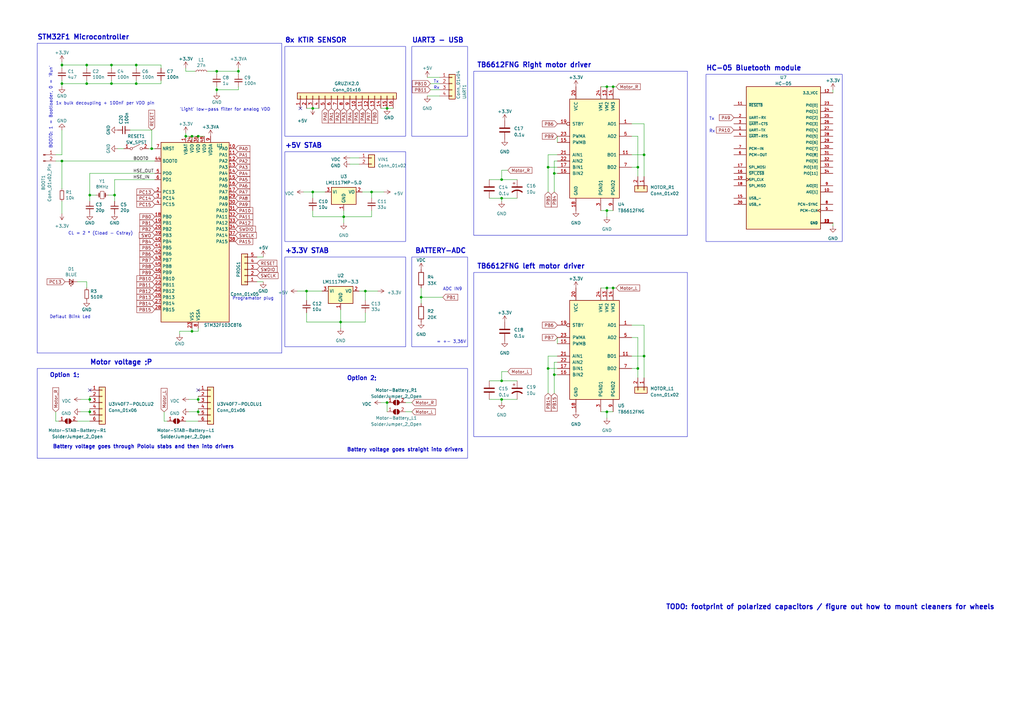
<source format=kicad_sch>
(kicad_sch (version 20230121) (generator eeschema)
  (paper "A3")
  (junction (at 55.88 26.67))
  (junction (at 251.46 35.56))
  (junction (at 36.83 168.91))
  (junction (at 45.72 26.67))
  (junction (at 251.46 118.11))
  (junction (at 224.79 151.13))
  (junction (at 248.92 86.36))
  (junction (at 227.33 71.12))
  (junction (at 45.72 34.29))
  (junction (at 128.27 78.74))
  (junction (at 25.4 34.29))
  (junction (at 248.92 168.91))
  (junction (at 78.74 135.89))
  (junction (at 264.16 63.5))
  (junction (at 248.92 118.11))
  (junction (at 248.92 35.56))
  (junction (at 128.27 44.45))
  (junction (at 88.9 29.21))
  (junction (at 227.33 153.67))
  (junction (at 35.56 26.67))
  (junction (at 261.62 68.58))
  (junction (at 224.79 68.58))
  (junction (at 152.4 78.74))
  (junction (at 81.28 163.83))
  (junction (at 81.28 55.88))
  (junction (at 264.16 146.05))
  (junction (at 158.75 44.45))
  (junction (at 261.62 151.13))
  (junction (at 25.4 66.04))
  (junction (at 139.7 132.08))
  (junction (at 46.99 80.01))
  (junction (at 205.74 81.28))
  (junction (at 25.4 26.67))
  (junction (at 205.74 156.21))
  (junction (at 78.74 55.88))
  (junction (at 158.75 165.1))
  (junction (at 97.79 29.21))
  (junction (at 76.2 55.88))
  (junction (at 81.28 168.91))
  (junction (at 172.72 121.92))
  (junction (at 35.56 34.29))
  (junction (at 36.83 80.01))
  (junction (at 36.83 163.83))
  (junction (at 62.23 60.96))
  (junction (at 140.97 88.9))
  (junction (at 149.86 119.38))
  (junction (at 205.74 163.83))
  (junction (at 205.74 73.66))
  (junction (at 125.73 119.38))
  (junction (at 55.88 34.29))
  (junction (at 88.9 36.83))
  (no_connect (at 36.83 160.02))
  (no_connect (at 123.19 44.45))
  (no_connect (at 81.28 160.02))
  (wire (pts (xy 246.38 35.56) (xy 248.92 35.56)))
  (wire (pts (xy 248.92 168.91) (xy 248.92 171.45)))
  (wire (pts (xy 149.86 132.08) (xy 139.7 132.08)))
  (wire (pts (xy 252.73 118.11) (xy 251.46 118.11)))
  (wire (pts (xy 261.62 68.58) (xy 261.62 72.39)))
  (wire (pts (xy 140.97 86.36) (xy 140.97 88.9)))
  (wire (pts (xy 152.4 78.74) (xy 152.4 81.28)))
  (wire (pts (xy 205.74 81.28) (xy 212.09 81.28)))
  (wire (pts (xy 248.92 86.36) (xy 251.46 86.36)))
  (wire (pts (xy 46.99 82.55) (xy 46.99 80.01)))
  (wire (pts (xy 341.63 91.44) (xy 341.63 92.71)))
  (wire (pts (xy 77.47 168.91) (xy 81.28 168.91)))
  (wire (pts (xy 97.79 30.48) (xy 97.79 29.21)))
  (wire (pts (xy 66.04 26.67) (xy 55.88 26.67)))
  (wire (pts (xy 48.26 60.96) (xy 50.8 60.96)))
  (wire (pts (xy 97.79 36.83) (xy 97.79 35.56)))
  (wire (pts (xy 147.32 119.38) (xy 149.86 119.38)))
  (wire (pts (xy 158.75 165.1) (xy 158.75 168.91)))
  (wire (pts (xy 36.83 167.64) (xy 36.83 168.91)))
  (wire (pts (xy 205.74 163.83) (xy 205.74 165.1)))
  (polyline (pts (xy 15.24 17.78) (xy 15.24 144.78)))
  (wire (pts (xy 227.33 148.59) (xy 227.33 153.67)))
  (wire (pts (xy 248.92 35.56) (xy 251.46 35.56)))
  (wire (pts (xy 128.27 88.9) (xy 140.97 88.9)))
  (wire (pts (xy 73.66 135.89) (xy 78.74 135.89)))
  (wire (pts (xy 205.74 81.28) (xy 205.74 82.55)))
  (wire (pts (xy 161.29 44.45) (xy 158.75 44.45)))
  (wire (pts (xy 36.83 71.12) (xy 36.83 80.01)))
  (wire (pts (xy 81.28 134.62) (xy 81.28 135.89)))
  (wire (pts (xy 200.66 163.83) (xy 205.74 163.83)))
  (wire (pts (xy 227.33 66.04) (xy 227.33 71.12)))
  (wire (pts (xy 55.88 26.67) (xy 45.72 26.67)))
  (wire (pts (xy 78.74 135.89) (xy 81.28 135.89)))
  (wire (pts (xy 46.99 73.66) (xy 63.5 73.66)))
  (wire (pts (xy 156.21 165.1) (xy 158.75 165.1)))
  (wire (pts (xy 35.56 115.57) (xy 31.75 115.57)))
  (wire (pts (xy 205.74 152.4) (xy 208.28 152.4)))
  (polyline (pts (xy 15.24 144.78) (xy 115.57 144.78)))
  (wire (pts (xy 224.79 161.29) (xy 224.79 151.13)))
  (wire (pts (xy 88.9 38.1) (xy 88.9 36.83)))
  (wire (pts (xy 259.08 133.35) (xy 264.16 133.35)))
  (wire (pts (xy 25.4 66.04) (xy 25.4 77.47)))
  (wire (pts (xy 125.73 128.27) (xy 125.73 132.08)))
  (wire (pts (xy 156.21 44.45) (xy 158.75 44.45)))
  (wire (pts (xy 31.75 172.72) (xy 36.83 172.72)))
  (wire (pts (xy 172.72 121.92) (xy 172.72 124.46)))
  (wire (pts (xy 125.73 119.38) (xy 125.73 123.19)))
  (wire (pts (xy 62.23 53.34) (xy 62.23 60.96)))
  (wire (pts (xy 97.79 29.21) (xy 88.9 29.21)))
  (wire (pts (xy 36.83 162.56) (xy 36.83 163.83)))
  (wire (pts (xy 36.83 80.01) (xy 39.37 80.01)))
  (polyline (pts (xy 115.57 17.78) (xy 15.24 17.78)))
  (wire (pts (xy 248.92 118.11) (xy 251.46 118.11)))
  (wire (pts (xy 149.86 119.38) (xy 154.94 119.38)))
  (wire (pts (xy 264.16 50.8) (xy 264.16 63.5)))
  (wire (pts (xy 81.28 163.83) (xy 81.28 165.1)))
  (wire (pts (xy 152.4 86.36) (xy 152.4 88.9)))
  (wire (pts (xy 149.86 128.27) (xy 149.86 132.08)))
  (wire (pts (xy 25.4 34.29) (xy 25.4 35.56)))
  (wire (pts (xy 55.88 27.94) (xy 55.88 26.67)))
  (wire (pts (xy 261.62 151.13) (xy 261.62 154.94)))
  (wire (pts (xy 81.28 168.91) (xy 81.28 170.18)))
  (wire (pts (xy 140.97 88.9) (xy 140.97 91.44)))
  (wire (pts (xy 81.28 55.88) (xy 83.82 55.88)))
  (wire (pts (xy 200.66 73.66) (xy 205.74 73.66)))
  (wire (pts (xy 22.86 66.04) (xy 25.4 66.04)))
  (wire (pts (xy 176.53 36.83) (xy 180.34 36.83)))
  (wire (pts (xy 121.92 119.38) (xy 125.73 119.38)))
  (wire (pts (xy 128.27 78.74) (xy 133.35 78.74)))
  (wire (pts (xy 60.96 60.96) (xy 62.23 60.96)))
  (wire (pts (xy 139.7 127) (xy 139.7 132.08)))
  (wire (pts (xy 224.79 68.58) (xy 228.6 68.58)))
  (wire (pts (xy 264.16 133.35) (xy 264.16 146.05)))
  (wire (pts (xy 264.16 63.5) (xy 264.16 72.39)))
  (wire (pts (xy 35.56 26.67) (xy 35.56 27.94)))
  (wire (pts (xy 24.13 172.72) (xy 22.86 172.72)))
  (wire (pts (xy 25.4 25.4) (xy 25.4 26.67)))
  (wire (pts (xy 88.9 30.48) (xy 88.9 29.21)))
  (wire (pts (xy 125.73 132.08) (xy 139.7 132.08)))
  (wire (pts (xy 259.08 68.58) (xy 261.62 68.58)))
  (wire (pts (xy 66.04 27.94) (xy 66.04 26.67)))
  (wire (pts (xy 130.81 44.45) (xy 128.27 44.45)))
  (wire (pts (xy 46.99 80.01) (xy 46.99 73.66)))
  (wire (pts (xy 259.08 63.5) (xy 264.16 63.5)))
  (wire (pts (xy 224.79 63.5) (xy 228.6 63.5)))
  (wire (pts (xy 246.38 86.36) (xy 248.92 86.36)))
  (wire (pts (xy 88.9 36.83) (xy 97.79 36.83)))
  (wire (pts (xy 139.7 132.08) (xy 139.7 134.62)))
  (wire (pts (xy 76.2 54.61) (xy 76.2 55.88)))
  (wire (pts (xy 35.56 34.29) (xy 35.56 33.02)))
  (wire (pts (xy 149.86 119.38) (xy 149.86 123.19)))
  (wire (pts (xy 172.72 118.11) (xy 172.72 121.92)))
  (wire (pts (xy 128.27 78.74) (xy 128.27 81.28)))
  (wire (pts (xy 125.73 119.38) (xy 132.08 119.38)))
  (wire (pts (xy 152.4 88.9) (xy 140.97 88.9)))
  (wire (pts (xy 224.79 151.13) (xy 228.6 151.13)))
  (wire (pts (xy 228.6 138.43) (xy 228.6 140.97)))
  (wire (pts (xy 35.56 26.67) (xy 25.4 26.67)))
  (wire (pts (xy 172.72 121.92) (xy 181.61 121.92)))
  (wire (pts (xy 36.83 168.91) (xy 36.83 170.18)))
  (wire (pts (xy 259.08 55.88) (xy 261.62 55.88)))
  (wire (pts (xy 224.79 68.58) (xy 224.79 63.5)))
  (wire (pts (xy 44.45 80.01) (xy 46.99 80.01)))
  (wire (pts (xy 259.08 138.43) (xy 261.62 138.43)))
  (wire (pts (xy 228.6 148.59) (xy 227.33 148.59)))
  (wire (pts (xy 45.72 34.29) (xy 55.88 34.29)))
  (wire (pts (xy 200.66 81.28) (xy 205.74 81.28)))
  (wire (pts (xy 175.26 39.37) (xy 180.34 39.37)))
  (wire (pts (xy 259.08 50.8) (xy 264.16 50.8)))
  (wire (pts (xy 25.4 53.34) (xy 25.4 63.5)))
  (wire (pts (xy 128.27 86.36) (xy 128.27 88.9)))
  (wire (pts (xy 81.28 162.56) (xy 81.28 163.83)))
  (wire (pts (xy 33.02 168.91) (xy 36.83 168.91)))
  (wire (pts (xy 200.66 156.21) (xy 205.74 156.21)))
  (wire (pts (xy 264.16 146.05) (xy 264.16 154.94)))
  (wire (pts (xy 68.58 172.72) (xy 67.31 172.72)))
  (wire (pts (xy 67.31 168.91) (xy 67.31 172.72)))
  (wire (pts (xy 205.74 69.85) (xy 208.28 69.85)))
  (wire (pts (xy 259.08 151.13) (xy 261.62 151.13)))
  (wire (pts (xy 85.09 29.21) (xy 88.9 29.21)))
  (wire (pts (xy 248.92 168.91) (xy 251.46 168.91)))
  (wire (pts (xy 76.2 172.72) (xy 81.28 172.72)))
  (wire (pts (xy 105.41 105.41) (xy 107.95 105.41)))
  (wire (pts (xy 261.62 55.88) (xy 261.62 68.58)))
  (wire (pts (xy 63.5 66.04) (xy 25.4 66.04)))
  (wire (pts (xy 246.38 118.11) (xy 248.92 118.11)))
  (wire (pts (xy 63.5 71.12) (xy 36.83 71.12)))
  (wire (pts (xy 152.4 78.74) (xy 157.48 78.74)))
  (wire (pts (xy 143.51 67.31) (xy 147.32 67.31)))
  (wire (pts (xy 224.79 78.74) (xy 224.79 68.58)))
  (wire (pts (xy 25.4 63.5) (xy 22.86 63.5)))
  (wire (pts (xy 76.2 55.88) (xy 78.74 55.88)))
  (wire (pts (xy 341.63 36.83) (xy 341.63 38.1)))
  (wire (pts (xy 105.41 115.57) (xy 107.95 115.57)))
  (wire (pts (xy 227.33 71.12) (xy 228.6 71.12)))
  (wire (pts (xy 36.83 163.83) (xy 36.83 165.1)))
  (wire (pts (xy 66.04 33.02) (xy 66.04 34.29)))
  (wire (pts (xy 35.56 118.11) (xy 35.56 115.57)))
  (wire (pts (xy 227.33 153.67) (xy 227.33 161.29)))
  (wire (pts (xy 53.34 53.34) (xy 62.23 53.34)))
  (wire (pts (xy 33.02 163.83) (xy 36.83 163.83)))
  (wire (pts (xy 78.74 135.89) (xy 78.74 134.62)))
  (wire (pts (xy 148.59 78.74) (xy 152.4 78.74)))
  (wire (pts (xy 166.37 168.91) (xy 168.91 168.91)))
  (wire (pts (xy 22.86 168.91) (xy 22.86 172.72)))
  (wire (pts (xy 143.51 64.77) (xy 147.32 64.77)))
  (wire (pts (xy 227.33 71.12) (xy 227.33 78.74)))
  (wire (pts (xy 259.08 146.05) (xy 264.16 146.05)))
  (wire (pts (xy 35.56 34.29) (xy 45.72 34.29)))
  (wire (pts (xy 81.28 167.64) (xy 81.28 168.91)))
  (wire (pts (xy 25.4 26.67) (xy 25.4 27.94)))
  (wire (pts (xy 76.2 29.21) (xy 80.01 29.21)))
  (wire (pts (xy 78.74 55.88) (xy 81.28 55.88)))
  (wire (pts (xy 224.79 151.13) (xy 224.79 146.05)))
  (wire (pts (xy 124.46 78.74) (xy 128.27 78.74)))
  (wire (pts (xy 25.4 87.63) (xy 25.4 82.55)))
  (wire (pts (xy 77.47 163.83) (xy 81.28 163.83)))
  (wire (pts (xy 175.26 31.75) (xy 180.34 31.75)))
  (wire (pts (xy 248.92 86.36) (xy 248.92 88.9)))
  (wire (pts (xy 25.4 33.02) (xy 25.4 34.29)))
  (wire (pts (xy 125.73 44.45) (xy 128.27 44.45)))
  (wire (pts (xy 224.79 146.05) (xy 228.6 146.05)))
  (wire (pts (xy 228.6 66.04) (xy 227.33 66.04)))
  (polyline (pts (xy 115.57 144.78) (xy 115.57 17.78)))
  (wire (pts (xy 228.6 55.88) (xy 228.6 58.42)))
  (wire (pts (xy 205.74 73.66) (xy 212.09 73.66)))
  (wire (pts (xy 62.23 60.96) (xy 63.5 60.96)))
  (wire (pts (xy 76.2 27.94) (xy 76.2 29.21)))
  (wire (pts (xy 88.9 35.56) (xy 88.9 36.83)))
  (wire (pts (xy 227.33 153.67) (xy 228.6 153.67)))
  (wire (pts (xy 205.74 69.85) (xy 205.74 73.66)))
  (wire (pts (xy 205.74 156.21) (xy 212.09 156.21)))
  (wire (pts (xy 252.73 35.56) (xy 251.46 35.56)))
  (wire (pts (xy 45.72 27.94) (xy 45.72 26.67)))
  (wire (pts (xy 205.74 163.83) (xy 212.09 163.83)))
  (wire (pts (xy 166.37 165.1) (xy 168.91 165.1)))
  (wire (pts (xy 55.88 34.29) (xy 66.04 34.29)))
  (wire (pts (xy 36.83 82.55) (xy 36.83 80.01)))
  (wire (pts (xy 45.72 26.67) (xy 35.56 26.67)))
  (wire (pts (xy 205.74 152.4) (xy 205.74 156.21)))
  (wire (pts (xy 45.72 33.02) (xy 45.72 34.29)))
  (wire (pts (xy 97.79 27.94) (xy 97.79 29.21)))
  (wire (pts (xy 246.38 168.91) (xy 248.92 168.91)))
  (wire (pts (xy 73.66 137.16) (xy 73.66 135.89)))
  (wire (pts (xy 25.4 34.29) (xy 35.56 34.29)))
  (wire (pts (xy 261.62 138.43) (xy 261.62 151.13)))
  (wire (pts (xy 176.53 34.29) (xy 180.34 34.29)))
  (wire (pts (xy 55.88 33.02) (xy 55.88 34.29)))
  (rectangle (start 15.24 151.13) (end 191.77 187.96))
  (rectangle (start 194.31 29.21) (end 281.94 96.52))
  (rectangle (start 194.31 111.76) (end 281.94 179.07))
  (rectangle (start 116.84 105.41) (end 166.37 142.24))
  (rectangle (start 116.84 19.05) (end 166.37 55.88))
  (rectangle (start 116.84 62.23) (end 166.37 99.06))
  (rectangle (start 168.91 19.05) (end 191.77 55.88))
  (rectangle (start 168.91 105.41) (end 191.77 142.24))
  (rectangle (start 289.56 30.48) (end 345.44 99.06))
  (text "Tx" (at 290.83 49.53 0) (effects (font (size 1.27 1.27)) (justify left bottom)))
  (text "Option 1;" (at 20.32 154.94 0) (effects (font (size 1.7 1.7) (thickness 0.34) bold) (justify left bottom)))
  (text "+3.3V STAB" (at 116.84 104.14 0) (effects (font (size 2.0066 2.0066) (thickness 0.4013) bold) (justify left bottom)))
  (text "Programator plug" (at 95.25 123.19 0) (effects (font (size 1.27 1.27)) (justify left bottom)))
  (text "Rx" (at 290.83 54.61 0) (effects (font (size 1.27 1.27)) (justify left bottom)))
  (text "Tx" (at 177.8 34.29 0) (effects (font (size 1.27 1.27)) (justify left bottom)))
  (text "Motor voltage ;P" (at 36.83 149.86 0) (effects (font (size 2.0066 2.0066) (thickness 0.4013) bold) (justify left bottom)))
  (text "BATTERY-ADC" (at 170.18 104.14 0) (effects (font (size 2.0066 2.0066) (thickness 0.4013) bold) (justify left bottom)))
  (text "TB6612FNG Right motor driver" (at 195.58 27.94 0) (effects (font (size 2.0066 2.0066) (thickness 0.4013) bold) (justify left bottom)))
  (text "8x KTIR SENSOR" (at 116.84 17.78 0) (effects (font (size 2.0066 2.0066) (thickness 0.4013) bold) (justify left bottom)))
  (text "Battery voltage goes through Pololu stabs and then into drivers" (at 21.59 184.15 0) (effects (font (size 1.5 1.5) (thickness 0.3) bold) (justify left bottom)))
  (text "'Light' low-pass filter for analog VDD" (at 73.66 45.72 0) (effects (font (size 1.27 1.27)) (justify left bottom)))
  (text "1x bulk decoupling + 100nF per VDD pin" (at 22.86 43.18 0) (effects (font (size 1.27 1.27)) (justify left bottom)))
  (text "Rx" (at 177.8 36.83 0) (effects (font (size 1.27 1.27)) (justify left bottom)))
  (text "Deflaut Blink Led" (at 20.32 130.81 0) (effects (font (size 1.27 1.27)) (justify left bottom)))
  (text "STM32F1 Microcontroller" (at 15.24 16.51 0) (effects (font (size 2.0066 2.0066) (thickness 0.4013) bold) (justify left bottom)))
  (text "HC-05 Bluetooth module" (at 289.56 29.21 0) (effects (font (size 2.0066 2.0066) (thickness 0.4013) bold) (justify left bottom)))
  (text "+5V STAB" (at 116.84 60.96 0) (effects (font (size 2.0066 2.0066) (thickness 0.4013) bold) (justify left bottom)))
  (text "BOOT0: 1 = Bootloader, 0 = 'Run'" (at 21.59 60.96 90) (effects (font (size 1.27 1.27)) (justify left bottom)))
  (text "ADC IN9 " (at 181.61 119.38 0) (effects (font (size 1.27 1.27)) (justify left bottom)))
  (text "CL = 2 * (Cload - Cstray)" (at 27.94 96.52 0) (effects (font (size 1.27 1.27)) (justify left bottom)))
  (text "TB6612FNG left motor driver" (at 195.58 110.49 0) (effects (font (size 2.0066 2.0066) (thickness 0.4013) bold) (justify left bottom)))
  (text "TODO: footprint of polarized capacitors / figure out how to mount cleaners for wheels" (at 273.05 250.19 0) (effects (font (size 2.0066 2.0066) (thickness 0.4013) bold) (justify left bottom)))
  (text "Battery voltage goes straight into drivers" (at 142.24 185.42 0) (effects (font (size 1.5 1.5) (thickness 0.3) bold) (justify left bottom)))
  (text "= +- 3,36V" (at 179.07 140.97 0) (effects (font (size 1.27 1.27)) (justify left bottom)))
  (text "UART3 - USB" (at 168.91 17.78 0) (effects (font (size 2.0066 2.0066) (thickness 0.4013) bold) (justify left bottom)))
  (text "Option 2;" (at 142.24 156.21 0) (effects (font (size 1.7 1.7) (thickness 0.34) bold) (justify left bottom)))
  (label "BOOT0" (at 54.61 66.04 0))
  (label "HSE_OUT" (at 54.61 71.12 0))
  (label "HSE_IN" (at 54.61 73.66 0))
  (global_label "PB10" (shape input) (at 176.53 34.29 180) (property "Intersheetrefs" "${INTERSHEET_REFS}" (effects hide)))
  (global_label "RESET" (shape input) (at 62.23 53.34 90) (property "Intersheetrefs" "${INTERSHEET_REFS}" (effects hide)))
  (global_label "PB9" (shape input) (at 228.6 55.88 180) (property "Intersheetrefs" "${INTERSHEET_REFS}" (effects hide)))
  (global_label "PA11" (shape input) (at 96.52 88.9 0) (property "Intersheetrefs" "${INTERSHEET_REFS}" (effects hide)))
  (global_label "PA3" (shape input) (at 140.97 44.45 270) (property "Intersheetrefs" "${INTERSHEET_REFS}" (effects hide)))
  (global_label "PB0" (shape input) (at 63.5 88.9 180) (property "Intersheetrefs" "${INTERSHEET_REFS}" (effects hide)))
  (global_label "PA0" (shape input) (at 96.52 60.96 0) (property "Intersheetrefs" "${INTERSHEET_REFS}" (effects hide)))
  (global_label "PB5" (shape input) (at 63.5 101.6 180) (property "Intersheetrefs" "${INTERSHEET_REFS}" (effects hide)))
  (global_label "SWDIO" (shape input) (at 105.41 110.49 0) (property "Intersheetrefs" "${INTERSHEET_REFS}" (effects hide)))
  (global_label "PB6" (shape input) (at 63.5 104.14 180) (property "Intersheetrefs" "${INTERSHEET_REFS}" (effects hide)))
  (global_label "PA15" (shape input) (at 96.52 99.06 0) (property "Intersheetrefs" "${INTERSHEET_REFS}" (effects hide)))
  (global_label "PA8" (shape input) (at 96.52 81.28 0) (property "Intersheetrefs" "${INTERSHEET_REFS}" (effects hide)))
  (global_label "PB2" (shape input) (at 63.5 93.98 180) (property "Intersheetrefs" "${INTERSHEET_REFS}" (effects hide)))
  (global_label "SWO" (shape input) (at 63.5 96.52 180) (property "Intersheetrefs" "${INTERSHEET_REFS}" (effects hide)))
  (global_label "PA9" (shape input) (at 300.99 48.26 180) (property "Intersheetrefs" "${INTERSHEET_REFS}" (effects hide)))
  (global_label "PA1" (shape input) (at 96.52 63.5 0) (property "Intersheetrefs" "${INTERSHEET_REFS}" (effects hide)))
  (global_label "PB6" (shape input) (at 228.6 50.8 180) (property "Intersheetrefs" "${INTERSHEET_REFS}" (effects hide)))
  (global_label "Motor_R" (shape input) (at 208.28 69.85 0) (property "Intersheetrefs" "${INTERSHEET_REFS}" (effects hide)))
  (global_label "PA10" (shape input) (at 96.52 86.36 0) (property "Intersheetrefs" "${INTERSHEET_REFS}" (effects hide)))
  (global_label "Motor_L" (shape input) (at 252.73 118.11 0) (property "Intersheetrefs" "${INTERSHEET_REFS}" (effects hide)))
  (global_label "PA5" (shape input) (at 146.05 44.45 270) (property "Intersheetrefs" "${INTERSHEET_REFS}" (effects hide)))
  (global_label "PA2" (shape input) (at 138.43 44.45 270) (property "Intersheetrefs" "${INTERSHEET_REFS}" (effects hide)))
  (global_label "PB13" (shape input) (at 63.5 121.92 180) (property "Intersheetrefs" "${INTERSHEET_REFS}" (effects hide)))
  (global_label "SWDIO" (shape input) (at 96.52 93.98 0) (property "Intersheetrefs" "${INTERSHEET_REFS}" (effects hide)))
  (global_label "PB7" (shape input) (at 63.5 106.68 180) (property "Intersheetrefs" "${INTERSHEET_REFS}" (effects hide)))
  (global_label "PB1" (shape input) (at 181.61 121.92 0) (property "Intersheetrefs" "${INTERSHEET_REFS}" (effects hide)))
  (global_label "PB14" (shape input) (at 63.5 124.46 180) (property "Intersheetrefs" "${INTERSHEET_REFS}" (effects hide)))
  (global_label "PB1" (shape input) (at 63.5 91.44 180) (property "Intersheetrefs" "${INTERSHEET_REFS}" (effects hide)))
  (global_label "PC14" (shape input) (at 63.5 81.28 180) (property "Intersheetrefs" "${INTERSHEET_REFS}" (effects hide)))
  (global_label "RESET" (shape input) (at 105.41 107.95 0) (property "Intersheetrefs" "${INTERSHEET_REFS}" (effects hide)))
  (global_label "PB4" (shape input) (at 63.5 99.06 180) (property "Intersheetrefs" "${INTERSHEET_REFS}" (effects hide)))
  (global_label "PB12" (shape input) (at 63.5 119.38 180) (property "Intersheetrefs" "${INTERSHEET_REFS}" (effects hide)))
  (global_label "PB11" (shape input) (at 176.53 36.83 180) (property "Intersheetrefs" "${INTERSHEET_REFS}" (effects hide)))
  (global_label "PB6" (shape input) (at 228.6 133.35 180) (property "Intersheetrefs" "${INTERSHEET_REFS}" (effects hide)))
  (global_label "PA10" (shape input) (at 300.99 53.34 180) (property "Intersheetrefs" "${INTERSHEET_REFS}" (effects hide)))
  (global_label "PA7" (shape input) (at 151.13 44.45 270) (property "Intersheetrefs" "${INTERSHEET_REFS}" (effects hide)))
  (global_label "Motor_R" (shape input) (at 168.91 165.1 0) (property "Intersheetrefs" "${INTERSHEET_REFS}" (effects hide)))
  (global_label "PB10" (shape input) (at 63.5 114.3 180) (property "Intersheetrefs" "${INTERSHEET_REFS}" (effects hide)))
  (global_label "PA0" (shape input) (at 133.35 44.45 270) (property "Intersheetrefs" "${INTERSHEET_REFS}" (effects hide)))
  (global_label "PB4" (shape input) (at 227.33 78.74 270) (property "Intersheetrefs" "${INTERSHEET_REFS}" (effects hide)))
  (global_label "SWCLK" (shape input) (at 105.41 113.03 0) (property "Intersheetrefs" "${INTERSHEET_REFS}" (effects hide)))
  (global_label "PB11" (shape input) (at 63.5 116.84 180) (property "Intersheetrefs" "${INTERSHEET_REFS}" (effects hide)))
  (global_label "PB5" (shape input) (at 224.79 78.74 270) (property "Intersheetrefs" "${INTERSHEET_REFS}" (effects hide)))
  (global_label "Motor_R" (shape input) (at 252.73 35.56 0) (property "Intersheetrefs" "${INTERSHEET_REFS}" (effects hide)))
  (global_label "PA9" (shape input) (at 96.52 83.82 0) (property "Intersheetrefs" "${INTERSHEET_REFS}" (effects hide)))
  (global_label "PC13" (shape input) (at 63.5 78.74 180) (property "Intersheetrefs" "${INTERSHEET_REFS}" (effects hide)))
  (global_label "PB7" (shape input) (at 228.6 138.43 180) (property "Intersheetrefs" "${INTERSHEET_REFS}" (effects hide)))
  (global_label "Motor_L" (shape input) (at 67.31 168.91 90) (property "Intersheetrefs" "${INTERSHEET_REFS}" (effects hide)))
  (global_label "SWCLK" (shape input) (at 96.52 96.52 0) (property "Intersheetrefs" "${INTERSHEET_REFS}" (effects hide)))
  (global_label "Motor_R" (shape input) (at 22.86 168.91 90) (property "Intersheetrefs" "${INTERSHEET_REFS}" (effects hide)))
  (global_label "PB14" (shape input) (at 224.79 161.29 270) (property "Intersheetrefs" "${INTERSHEET_REFS}" (effects hide)))
  (global_label "PA5" (shape input) (at 96.52 73.66 0) (property "Intersheetrefs" "${INTERSHEET_REFS}" (effects hide)))
  (global_label "PA7" (shape input) (at 96.52 78.74 0) (property "Intersheetrefs" "${INTERSHEET_REFS}" (effects hide)))
  (global_label "PC13" (shape input) (at 26.67 115.57 180) (property "Intersheetrefs" "${INTERSHEET_REFS}" (effects hide)))
  (global_label "PA6" (shape input) (at 148.59 44.45 270) (property "Intersheetrefs" "${INTERSHEET_REFS}" (effects hide)))
  (global_label "Motor_L" (shape input) (at 168.91 168.91 0) (property "Intersheetrefs" "${INTERSHEET_REFS}" (effects hide)))
  (global_label "PB8" (shape input) (at 63.5 109.22 180) (property "Intersheetrefs" "${INTERSHEET_REFS}" (effects hide)))
  (global_label "PA4" (shape input) (at 96.52 71.12 0) (property "Intersheetrefs" "${INTERSHEET_REFS}" (effects hide)))
  (global_label "Motor_L" (shape input) (at 208.28 152.4 0) (property "Intersheetrefs" "${INTERSHEET_REFS}" (effects hide)))
  (global_label "PB15" (shape input) (at 227.33 161.29 270) (property "Intersheetrefs" "${INTERSHEET_REFS}" (effects hide)))
  (global_label "PA4" (shape input) (at 143.51 44.45 270) (property "Intersheetrefs" "${INTERSHEET_REFS}" (effects hide)))
  (global_label "PA2" (shape input) (at 96.52 66.04 0) (property "Intersheetrefs" "${INTERSHEET_REFS}" (effects hide)))
  (global_label "PA6" (shape input) (at 96.52 76.2 0) (property "Intersheetrefs" "${INTERSHEET_REFS}" (effects hide)))
  (global_label "PC15" (shape input) (at 63.5 83.82 180) (property "Intersheetrefs" "${INTERSHEET_REFS}" (effects hide)))
  (global_label "PB9" (shape input) (at 63.5 111.76 180) (property "Intersheetrefs" "${INTERSHEET_REFS}" (effects hide)))
  (global_label "PA3" (shape input) (at 96.52 68.58 0) (property "Intersheetrefs" "${INTERSHEET_REFS}" (effects hide)))
  (global_label "PB0" (shape input) (at 153.67 44.45 270) (property "Intersheetrefs" "${INTERSHEET_REFS}" (effects hide)))
  (global_label "PA1" (shape input) (at 135.89 44.45 270) (property "Intersheetrefs" "${INTERSHEET_REFS}" (effects hide)))
  (global_label "PB15" (shape input) (at 63.5 127 180) (property "Intersheetrefs" "${INTERSHEET_REFS}" (effects hide)))
  (global_label "PA12" (shape input) (at 96.52 91.44 0) (property "Intersheetrefs" "${INTERSHEET_REFS}" (effects hide)))
  (symbol (lib_id "Device:C") (at 207.01 135.89 0) (unit 1)
    (property "Reference" "C18" (at 210.82 135.255 0) (effects (justify left)))
    (property "Value" "0.1u" (at 210.82 137.795 0) (effects (justify left)))
    (property "Footprint" "Capacitor_SMD:C_0603_1608Metric" (effects hide))
  )
  (symbol (lib_id "power:GND") (at 248.92 171.45 0) (unit 1)
    (property "Reference" "#PWR018" (effects hide))
    (property "Value" "GND" (at 248.92 176.53 0))
  )
  (symbol (lib_id "Device:C_Small") (at 88.9 33.02 0) (unit 1)
    (property "Reference" "C8" (at 91.2368 31.8516 0) (effects (justify left)))
    (property "Value" "1u" (at 91.2368 34.163 0) (effects (justify left)))
    (property "Footprint" "Capacitor_SMD:C_0603_1608Metric" (effects hide))
    (property "LCSC Part #" "C52923" (effects hide))
  )
  (symbol (lib_id "power:VDC") (at 124.46 78.74 90) (unit 1)
    (property "Reference" "#PWR024" (effects hide))
    (property "Value" "VDC" (at 120.65 79.375 90) (effects (justify left)))
  )
  (symbol (lib_id "power:+3.3V") (at 25.4 87.63 180) (unit 1)
    (property "Reference" "#PWR02" (effects hide))
    (property "Value" "+3.3V" (at 25.4 92.71 0))
  )
  (symbol (lib_id "power:+3.3V") (at 207.01 132.08 0) (unit 1)
    (property "Reference" "#PWR038" (effects hide))
    (property "Value" "+3.3V" (at 207.01 128.27 0))
  )
  (symbol (lib_id "Device:C_Small") (at 125.73 125.73 0) (unit 1)
    (property "Reference" "C12" (at 128.0668 124.5616 0) (effects (justify left)))
    (property "Value" "10u" (at 128.0668 126.873 0) (effects (justify left)))
    (property "Footprint" "Capacitor_SMD:C_0603_1608Metric" (effects hide))
    (property "LCSC Part #" "C1525" (effects hide))
  )
  (symbol (lib_id "Connector_Generic:Conn_01x02") (at 264.16 77.47 270) (unit 1)
    (property "Reference" "MOTOR_R1" (at 266.7 76.835 90) (effects (justify left)))
    (property "Value" "Conn_01x02" (at 266.7 79.375 90) (effects (justify left)))
    (property "Footprint" "Connector_PinHeader_2.54mm:PinHeader_1x02_P2.54mm_Vertical" (effects hide))
  )
  (symbol (lib_id "power:+3.3V") (at 207.01 49.53 0) (unit 1)
    (property "Reference" "#PWR033" (effects hide))
    (property "Value" "+3.3V" (at 207.01 45.72 0))
  )
  (symbol (lib_id "power:VDC") (at 143.51 64.77 90) (unit 1)
    (property "Reference" "#PWR025" (effects hide))
    (property "Value" "VDC" (at 139.7 65.405 90) (effects (justify left)))
  )
  (symbol (lib_id "power:+3.3V") (at 76.2 27.94 0) (unit 1)
    (property "Reference" "#PWR010" (effects hide))
    (property "Value" "+3.3V" (at 76.2 24.13 0))
  )
  (symbol (lib_id "Switch:SW_SPST") (at 55.88 60.96 0) (unit 1)
    (property "Reference" "RESET1" (at 55.88 55.88 0))
    (property "Value" "SW_SPST" (at 55.88 58.42 0))
    (property "Footprint" "Button_Switch_SMD:SW_SPST_CK_RS282G05A3" (effects hide))
  )
  (symbol (lib_id "power:GND") (at 158.75 44.45 0) (unit 1)
    (property "Reference" "#PWR053" (effects hide))
    (property "Value" "GND" (at 157.48 48.26 0) (effects (justify left)))
  )
  (symbol (lib_id "MCU_ST_STM32F1:STM32F103C8Tx") (at 78.74 96.52 0) (unit 1)
    (property "Reference" "U1" (at 90.17 59.69 0))
    (property "Value" "STM32F103C8T6" (at 91.44 133.35 0))
    (property "Footprint" "Package_QFP:LQFP-48_7x7mm_P0.5mm" (effects hide))
    (property "Datasheet" "http://www.st.com/st-web-ui/static/active/en/resource/technical/document/datasheet/CD00161566.pdf" (effects hide))
    (property "LCSC Part #" "C8734" (effects hide))
  )
  (symbol (lib_id "Device:C_Small") (at 25.4 30.48 0) (unit 1)
    (property "Reference" "C1" (at 27.7368 29.3116 0) (effects (justify left)))
    (property "Value" "4u7" (at 27.7368 31.623 0) (effects (justify left)))
    (property "Footprint" "Capacitor_SMD:C_0603_1608Metric" (effects hide))
    (property "LCSC Part #" "C19666" (effects hide))
  )
  (symbol (lib_id "Connector_Generic:Conn_01x06") (at 41.91 165.1 0) (unit 1)
    (property "Reference" "U3V40F7-POLOLU2" (at 44.45 165.735 0) (effects (justify left)))
    (property "Value" "Conn_01x06" (at 44.45 168.275 0) (effects (justify left)))
    (property "Footprint" "Connector_PinSocket_2.54mm:PinSocket_1x06_P2.54mm_Vertical" (effects hide))
  )
  (symbol (lib_id "power:GND") (at 48.26 60.96 270) (unit 1)
    (property "Reference" "#PWR09" (effects hide))
    (property "Value" "GND" (at 44.45 60.96 0))
  )
  (symbol (lib_id "power:GND") (at 143.51 67.31 270) (unit 1)
    (property "Reference" "#PWR026" (effects hide))
    (property "Value" "GND" (at 139.7 67.945 90) (effects (justify right)))
  )
  (symbol (lib_id "Jumper:SolderJumper_2_Open") (at 162.56 168.91 0) (unit 1)
    (property "Reference" "Motor-Battery_L1" (at 162.56 171.45 0))
    (property "Value" "SolderJumper_2_Open" (at 162.56 173.99 0))
    (property "Footprint" "Jumper:SolderJumper-2_P1.3mm_Open_RoundedPad1.0x1.5mm" (effects hide))
  )
  (symbol (lib_id "Device:C_Small") (at 128.27 83.82 0) (unit 1)
    (property "Reference" "C10" (at 130.6068 82.6516 0) (effects (justify left)))
    (property "Value" "10u" (at 130.6068 84.963 0) (effects (justify left)))
    (property "Footprint" "Capacitor_SMD:C_0603_1608Metric" (effects hide))
    (property "LCSC Part #" "C1525" (effects hide))
  )
  (symbol (lib_id "HC-05:HC-05") (at 321.31 66.04 0) (unit 1)
    (property "Reference" "U7" (at 321.31 31.75 0))
    (property "Value" "HC-05" (at 321.31 34.29 0))
    (property "Footprint" "HC-05_module:XCVR_HC-05" (effects hide))
    (property "MF" "ITead Studio" (effects hide))
    (property "Description" "\nBluetooth to Serial Port Module\n" (effects hide))
    (property "Package" "Module ITead Studio" (effects hide))
    (property "Price" "None" (effects hide))
    (property "STANDARD" "Manufacturer Recommendations" (effects hide))
    (property "PARTREV" "v1.0" (effects hide))
    (property "SnapEDA_Link" "https://www.snapeda.com/parts/HC-05/ITead+Studio/view-part/?ref=snap" (effects hide))
    (property "MP" "HC-05" (effects hide))
    (property "Availability" "Not in stock" (effects hide))
    (property "Check_prices" "https://www.snapeda.com/parts/HC-05/ITead+Studio/view-part/?ref=eda" (effects hide))
  )
  (symbol (lib_id "Device:C_Small") (at 45.72 30.48 0) (unit 1)
    (property "Reference" "C4" (at 48.0568 29.3116 0) (effects (justify left)))
    (property "Value" "100n" (at 48.0568 31.623 0) (effects (justify left)))
    (property "Footprint" "Capacitor_SMD:C_0603_1608Metric" (effects hide))
    (property "LCSC Part #" "C1525" (effects hide))
  )
  (symbol (lib_id "power:GND") (at 107.95 115.57 0) (unit 1)
    (property "Reference" "#PWR016" (effects hide))
    (property "Value" "GND" (at 107.95 119.38 0))
  )
  (symbol (lib_id "Jumper:SolderJumper_2_Open") (at 162.56 165.1 0) (unit 1)
    (property "Reference" "Motor-Battery_R1" (at 162.56 160.02 0))
    (property "Value" "SolderJumper_2_Open" (at 162.56 162.56 0))
    (property "Footprint" "Jumper:SolderJumper-2_P1.3mm_Open_RoundedPad1.0x1.5mm" (effects hide))
  )
  (symbol (lib_id "Connector_Generic:Conn_01x05") (at 100.33 110.49 180) (unit 1)
    (property "Reference" "PROG1" (at 97.79 110.49 90))
    (property "Value" "Conn_01x05" (at 100.33 120.65 0))
    (property "Footprint" "Connector_PinHeader_2.54mm:PinHeader_1x05_P2.54mm_Vertical" (effects hide))
  )
  (symbol (lib_id "Device:R_Small") (at 25.4 80.01 0) (unit 1)
    (property "Reference" "R1" (at 26.8986 78.8416 0) (effects (justify left)))
    (property "Value" "10k" (at 26.8986 81.153 0) (effects (justify left)))
    (property "Footprint" "Resistor_SMD:R_0603_1608Metric" (effects hide))
    (property "LCSC Part #" "C25744" (effects hide))
  )
  (symbol (lib_id "power:GND") (at 140.97 91.44 0) (unit 1)
    (property "Reference" "#PWR019" (effects hide))
    (property "Value" "GND" (at 140.97 96.52 0))
  )
  (symbol (lib_id "Device:C_Polarized_US") (at 212.09 160.02 0) (unit 1)
    (property "Reference" "C19" (at 215.9 158.75 0) (effects (justify left)))
    (property "Value" "10u" (at 215.9 161.29 0) (effects (justify left)))
    (property "Footprint" "Capacitor_SMD:C_0603_1608Metric" (effects hide))
  )
  (symbol (lib_id "power:+3.3VA") (at 86.36 55.88 0) (unit 1)
    (property "Reference" "#PWR013" (effects hide))
    (property "Value" "+3.3VA" (at 86.36 52.07 0))
  )
  (symbol (lib_id "power:+5V") (at 121.92 119.38 90) (unit 1)
    (property "Reference" "#PWR023" (effects hide))
    (property "Value" "+5V" (at 118.11 120.015 90) (effects (justify left)))
  )
  (symbol (lib_id "power:GND") (at 46.99 87.63 0) (unit 1)
    (property "Reference" "#PWR06" (effects hide))
    (property "Value" "GND" (at 46.99 91.44 0))
  )
  (symbol (lib_id "power:GND") (at 36.83 87.63 0) (unit 1)
    (property "Reference" "#PWR05" (effects hide))
    (property "Value" "GND" (at 36.83 91.44 0))
  )
  (symbol (lib_id "power:+3.3V") (at 76.2 54.61 0) (unit 1)
    (property "Reference" "#PWR07" (effects hide))
    (property "Value" "+3.3V" (at 76.2 50.8 0))
  )
  (symbol (lib_id "power:GND") (at 25.4 35.56 0) (unit 1)
    (property "Reference" "#PWR04" (effects hide))
    (property "Value" "GND" (at 25.4 39.37 0))
  )
  (symbol (lib_id "power:VDC") (at 77.47 163.83 90) (unit 1)
    (property "Reference" "#PWR030" (effects hide))
    (property "Value" "VDC" (at 73.66 164.465 90) (effects (justify left)))
  )
  (symbol (lib_id "power:+5V") (at 107.95 105.41 0) (unit 1)
    (property "Reference" "#PWR015" (effects hide))
    (property "Value" "+5V" (at 107.95 101.6 0))
  )
  (symbol (lib_id "Device:C_Small") (at 152.4 83.82 0) (unit 1)
    (property "Reference" "C11" (at 154.7368 82.6516 0) (effects (justify left)))
    (property "Value" "33u" (at 154.7368 84.963 0) (effects (justify left)))
    (property "Footprint" "Capacitor_SMD:C_0603_1608Metric" (effects hide))
    (property "LCSC Part #" "C1525" (effects hide))
  )
  (symbol (lib_id "Device:R_Small") (at 35.56 120.65 0) (unit 1)
    (property "Reference" "R3" (at 37.0586 119.4816 0) (effects (justify left)))
    (property "Value" "510R" (at 37.0586 121.793 0) (effects (justify left)))
    (property "Footprint" "Resistor_SMD:R_0603_1608Metric" (effects hide))
    (property "LCSC Part #" "C22843" (effects hide))
  )
  (symbol (lib_id "power:GND") (at 25.4 53.34 180) (unit 1)
    (property "Reference" "#PWR01" (effects hide))
    (property "Value" "GND" (at 25.4 49.53 0))
  )
  (symbol (lib_id "power:GND") (at 175.26 39.37 0) (unit 1)
    (property "Reference" "#PWR043" (effects hide))
    (property "Value" "GND" (at 175.26 44.45 0))
  )
  (symbol (lib_id "power:VDC") (at 33.02 163.83 90) (unit 1)
    (property "Reference" "#PWR029" (effects hide))
    (property "Value" "VDC" (at 29.21 164.465 90) (effects (justify left)))
  )
  (symbol (lib_id "Device:C_Small") (at 66.04 30.48 0) (unit 1)
    (property "Reference" "C7" (at 68.3768 29.3116 0) (effects (justify left)))
    (property "Value" "100n" (at 68.3768 31.623 0) (effects (justify left)))
    (property "Footprint" "Capacitor_SMD:C_0603_1608Metric" (effects hide))
    (property "LCSC Part #" "C1525" (effects hide))
  )
  (symbol (lib_id "power:GND") (at 207.01 57.15 0) (unit 1)
    (property "Reference" "#PWR034" (effects hide))
    (property "Value" "GND" (at 207.01 62.23 0))
  )
  (symbol (lib_id "Device:C_Small") (at 50.8 53.34 90) (unit 1)
    (property "Reference" "C20" (at 49.6316 51.0032 0) (effects (justify left)))
    (property "Value" "100n" (at 51.943 51.0032 0) (effects (justify left)))
    (property "Footprint" "Capacitor_SMD:C_0603_1608Metric" (effects hide))
    (property "LCSC Part #" "C1525" (effects hide))
  )
  (symbol (lib_id "Device:C_Small") (at 46.99 85.09 0) (unit 1)
    (property "Reference" "C5" (at 49.3268 83.9216 0) (effects (justify left)))
    (property "Value" "20p" (at 49.3268 86.233 0) (effects (justify left)))
    (property "Footprint" "Capacitor_SMD:C_0603_1608Metric" (effects hide))
    (property "LCSC Part #" "C1570" (effects hide))
  )
  (symbol (lib_id "Device:C") (at 200.66 77.47 0) (unit 1)
    (property "Reference" "C14" (at 204.47 76.835 0) (effects (justify left)))
    (property "Value" "0.1u" (at 204.47 79.375 0) (effects (justify left)))
    (property "Footprint" "Capacitor_SMD:C_0603_1608Metric" (effects hide))
  )
  (symbol (lib_id "Jumper:SolderJumper_2_Open") (at 27.94 172.72 0) (unit 1)
    (property "Reference" "Motor-STAB-Battery-R1" (at 31.75 176.53 0))
    (property "Value" "SolderJumper_2_Open" (at 31.75 179.07 0))
    (property "Footprint" "Jumper:SolderJumper-2_P1.3mm_Open_RoundedPad1.0x1.5mm" (effects hide))
  )
  (symbol (lib_id "power:VDC") (at 172.72 110.49 0) (unit 1)
    (property "Reference" "#PWR047" (effects hide))
    (property "Value" "VDC" (at 172.72 106.68 0))
  )
  (symbol (lib_id "power:+3.3V") (at 25.4 25.4 0) (unit 1)
    (property "Reference" "#PWR03" (effects hide))
    (property "Value" "+3.3V" (at 25.4 21.59 0))
  )
  (symbol (lib_id "power:GND") (at 236.22 168.91 0) (unit 1)
    (property "Reference" "#PWR041" (effects hide))
    (property "Value" "GND" (at 236.22 173.99 0))
  )
  (symbol (lib_id "Jumper:SolderJumper_2_Open") (at 72.39 172.72 0) (unit 1)
    (property "Reference" "Motor-STAB-Battery-L1" (at 76.2 176.53 0))
    (property "Value" "SolderJumper_2_Open" (at 76.2 179.07 0))
    (property "Footprint" "Jumper:SolderJumper-2_P1.3mm_Open_RoundedPad1.0x1.5mm" (effects hide))
  )
  (symbol (lib_id "power:+3.3VA") (at 97.79 27.94 0) (unit 1)
    (property "Reference" "#PWR012" (effects hide))
    (property "Value" "+3.3VA" (at 97.79 24.13 0))
  )
  (symbol (lib_id "Device:Crystal_Small") (at 41.91 80.01 0) (unit 1)
    (property "Reference" "Y1" (at 41.91 74.295 0))
    (property "Value" "8MHz" (at 41.91 76.6064 0))
    (property "Footprint" "Crystal:Crystal_HC49-4H_Vertical" (effects hide))
    (property "LCSC Part #" "C115962" (effects hide))
  )
  (symbol (lib_id "power:+5V") (at 128.27 44.45 180) (unit 1)
    (property "Reference" "#PWR048" (effects hide))
    (property "Value" "+5V" (at 121.92 49.53 0) (effects (justify right)))
  )
  (symbol (lib_id "power:GND") (at 205.74 165.1 0) (unit 1)
    (property "Reference" "#PWR037" (effects hide))
    (property "Value" "GND" (at 205.74 170.18 0))
  )
  (symbol (lib_id "power:GND") (at 248.92 88.9 0) (unit 1)
    (property "Reference" "#PWR017" (effects hide))
    (property "Value" "GND" (at 248.92 93.98 0))
  )
  (symbol (lib_id "Connector_Generic:Conn_01x06") (at 86.36 165.1 0) (unit 1)
    (property "Reference" "U3V40F7-POLOLU1" (at 88.9 165.735 0) (effects (justify left)))
    (property "Value" "Conn_01x06" (at 88.9 168.275 0) (effects (justify left)))
    (property "Footprint" "Connector_PinSocket_2.54mm:PinSocket_1x06_P2.54mm_Vertical" (effects hide))
  )
  (symbol (lib_id "Device:C") (at 207.01 53.34 0) (unit 1)
    (property "Reference" "C17" (at 210.82 52.705 0) (effects (justify left)))
    (property "Value" "0.1u" (at 210.82 55.245 0) (effects (justify left)))
    (property "Footprint" "Capacitor_SMD:C_0603_1608Metric" (effects hide))
  )
  (symbol (lib_id "power:GND") (at 77.47 168.91 270) (unit 1)
    (property "Reference" "#PWR031" (effects hide))
    (property "Value" "GND" (at 73.66 169.545 90) (effects (justify right)))
  )
  (symbol (lib_id "power:GND") (at 88.9 38.1 0) (unit 1)
    (property "Reference" "#PWR011" (effects hide))
    (property "Value" "GND" (at 88.9 41.91 0))
  )
  (symbol (lib_id "power:+3.3V") (at 341.63 36.83 0) (unit 1)
    (property "Reference" "#PWR055" (effects hide))
    (property "Value" "+3.3V" (at 341.63 33.02 0))
  )
  (symbol (lib_id "Device:C_Polarized_US") (at 212.09 77.47 0) (unit 1)
    (property "Reference" "C16" (at 215.9 76.2 0) (effects (justify left)))
    (property "Value" "10u" (at 215.9 78.74 0) (effects (justify left)))
    (property "Footprint" "Capacitor_SMD:C_0603_1608Metric" (effects hide))
  )
  (symbol (lib_id "Device:C_Small") (at 149.86 125.73 0) (unit 1)
    (property "Reference" "C13" (at 152.1968 124.5616 0) (effects (justify left)))
    (property "Value" "33u" (at 152.1968 126.873 0) (effects (justify left)))
    (property "Footprint" "Capacitor_SMD:C_0603_1608Metric" (effects hide))
    (property "LCSC Part #" "C1525" (effects hide))
  )
  (symbol (lib_id "Connector_Generic:Conn_01x16") (at 140.97 39.37 90) (unit 1)
    (property "Reference" "GRUZIK2.0" (at 142.24 34.29 90))
    (property "Value" "Conn_01x16" (at 142.24 36.83 90))
    (property "Footprint" "Connector_FFC-FPC:Molex_200528-0160_1x16-1MP_P1.00mm_Horizontal" (effects hide))
  )
  (symbol (lib_id "Device:C_Small") (at 55.88 30.48 0) (unit 1)
    (property "Reference" "C6" (at 58.2168 29.3116 0) (effects (justify left)))
    (property "Value" "100n" (at 58.2168 31.623 0) (effects (justify left)))
    (property "Footprint" "Capacitor_SMD:C_0603_1608Metric" (effects hide))
    (property "LCSC Part #" "C1525" (effects hide))
  )
  (symbol (lib_id "power:GND") (at 73.66 137.16 0) (unit 1)
    (property "Reference" "#PWR08" (effects hide))
    (property "Value" "GND" (at 73.66 140.97 0))
  )
  (symbol (lib_id "power:+5V") (at 175.26 31.75 0) (unit 1)
    (property "Reference" "#PWR042" (effects hide))
    (property "Value" "+5V" (at 175.26 27.94 0))
  )
  (symbol (lib_id "Device:R") (at 172.72 114.3 180) (unit 1)
    (property "Reference" "R4" (at 175.26 113.665 0) (effects (justify right)))
    (property "Value" "33K" (at 175.26 116.205 0) (effects (justify right)))
    (property "Footprint" "Resistor_SMD:R_0603_1608Metric" (effects hide))
  )
  (symbol (lib_id "power:+3.3V") (at 154.94 119.38 270) (unit 1)
    (property "Reference" "#PWR021" (effects hide))
    (property "Value" "+3.3V" (at 158.75 120.015 90) (effects (justify left)))
  )
  (symbol (lib_id "Device:R") (at 172.72 128.27 0) (unit 1)
    (property "Reference" "R2" (at 175.26 127.635 0) (effects (justify left)))
    (property "Value" "20K" (at 175.26 130.175 0) (effects (justify left)))
    (property "Footprint" "Resistor_SMD:R_0603_1608Metric" (effects hide))
  )
  (symbol (lib_id "power:GND") (at 341.63 92.71 0) (unit 1)
    (property "Reference" "#PWR054" (effects hide))
    (property "Value" "GND" (at 341.63 97.79 0))
  )
  (symbol (lib_id "Driver_Motor:TB6612FNG") (at 243.84 143.51 0) (unit 1)
    (property "Reference" "U5" (at 253.4159 166.37 0) (effects (justify left)))
    (property "Value" "TB6612FNG" (at 253.4159 168.91 0) (effects (justify left)))
    (property "Footprint" "Package_SO:SSOP-24_5.3x8.2mm_P0.65mm" (effects hide))
    (property "Datasheet" "https://toshiba.semicon-storage.com/us/product/linear/motordriver/detail.TB6612FNG.html" (effects hide))
  )
  (symbol (lib_id "power:GND") (at 207.01 139.7 0) (unit 1)
    (property "Reference" "#PWR039" (effects hide))
    (property "Value" "GND" (at 207.01 144.78 0))
  )
  (symbol (lib_id "power:GND") (at 236.22 86.36 0) (unit 1)
    (property "Reference" "#PWR036" (effects hide))
    (property "Value" "GND" (at 236.22 91.44 0))
  )
  (symbol (lib_id "Connector_Generic:Conn_01x02") (at 152.4 64.77 0) (unit 1)
    (property "Reference" "VIN1" (at 154.94 65.405 0) (effects (justify left)))
    (property "Value" "Conn_01x02" (at 154.94 67.945 0) (effects (justify left)))
    (property "Footprint" "Connector_PinSocket_2.54mm:PinSocket_1x02_P2.54mm_Vertical" (effects hide))
  )
  (symbol (lib_id "Regulator_Linear:LM1117MP-3.3") (at 139.7 119.38 0) (unit 1)
    (property "Reference" "U2" (at 139.7 113.03 0))
    (property "Value" "LM1117MP-3.3" (at 139.7 115.57 0))
    (property "Footprint" "Package_TO_SOT_SMD:SOT-223-3_TabPin2" (effects hide))
    (property "Datasheet" "http://www.ti.com/lit/ds/symlink/lm1117.pdf" (effects hide))
  )
  (symbol (lib_id "Device:C_Small") (at 36.83 85.09 0) (unit 1)
    (property "Reference" "C3" (at 39.1668 83.9216 0) (effects (justify left)))
    (property "Value" "20p" (at 39.1668 86.233 0) (effects (justify left)))
    (property "Footprint" "Capacitor_SMD:C_0603_1608Metric" (effects hide))
    (property "LCSC Part #" "C1570" (effects hide))
  )
  (symbol (lib_id "Connector_Generic:Conn_01x04") (at 185.42 34.29 0) (unit 1)
    (property "Reference" "UART1" (at 190.5 40.64 90) (effects (justify left)))
    (property "Value" "Conn_01x04" (at 187.96 40.64 90) (effects (justify left)))
    (property "Footprint" "Connector_PinHeader_2.54mm:PinHeader_1x04_P2.54mm_Vertical" (effects hide))
  )
  (symbol (lib_id "power:GND") (at 205.74 82.55 0) (unit 1)
    (property "Reference" "#PWR032" (effects hide))
    (property "Value" "GND" (at 205.74 87.63 0))
  )
  (symbol (lib_id "power:+3.3V") (at 236.22 118.11 0) (unit 1)
    (property "Reference" "#PWR040" (effects hide))
    (property "Value" "+3.3V" (at 236.22 114.3 0))
  )
  (symbol (lib_id "Device:LED_Small") (at 29.21 115.57 180) (unit 1)
    (property "Reference" "D1" (at 29.21 110.3122 0))
    (property "Value" "BLUE" (at 29.21 112.6236 0))
    (property "Footprint" "LED_SMD:LED_0603_1608Metric" (effects hide))
    (property "LCSC Part #" "C72041" (effects hide))
  )
  (symbol (lib_id "Device:C_Small") (at 35.56 30.48 0) (unit 1)
    (property "Reference" "C2" (at 37.8968 29.3116 0) (effects (justify left)))
    (property "Value" "100n" (at 37.8968 31.623 0) (effects (justify left)))
    (property "Footprint" "Capacitor_SMD:C_0603_1608Metric" (effects hide))
    (property "LCSC Part #" "C1525" (effects hide))
  )
  (symbol (lib_id "Regulator_Linear:LM1117MP-5.0") (at 140.97 78.74 0) (unit 1)
    (property "Reference" "U3" (at 140.97 72.39 0))
    (property "Value" "LM1117MP-5.0" (at 140.97 74.93 0))
    (property "Footprint" "Package_TO_SOT_SMD:SOT-223-3_TabPin2" (effects hide))
    (property "Datasheet" "http://www.ti.com/lit/ds/symlink/lm1117.pdf" (effects hide))
  )
  (symbol (lib_id "Driver_Motor:TB6612FNG") (at 243.84 60.96 0) (unit 1)
    (property "Reference" "U4" (at 253.4159 83.82 0) (effects (justify left)))
    (property "Value" "TB6612FNG" (at 253.4159 86.36 0) (effects (justify left)))
    (property "Footprint" "Package_SO:SSOP-24_5.3x8.2mm_P0.65mm" (effects hide))
    (property "Datasheet" "https://toshiba.semicon-storage.com/us/product/linear/motordriver/detail.TB6612FNG.html" (effects hide))
  )
  (symbol (lib_id "power:GND") (at 33.02 168.91 270) (unit 1)
    (property "Reference" "#PWR027" (effects hide))
    (property "Value" "GND" (at 29.21 169.545 90) (effects (justify right)))
  )
  (symbol (lib_id "power:GND") (at 139.7 134.62 0) (unit 1)
    (property "Reference" "#PWR020" (effects hide))
    (property "Value" "GND" (at 139.7 139.7 0))
  )
  (symbol (lib_id "power:+5V") (at 157.48 78.74 270) (unit 1)
    (property "Reference" "#PWR022" (effects hide))
    (property "Value" "+5V" (at 161.29 79.375 90) (effects (justify left)))
  )
  (symbol (lib_id "power:VDC") (at 156.21 165.1 90) (unit 1)
    (property "Reference" "#PWR028" (effects hide))
    (property "Value" "VDC" (at 152.4 165.735 90) (effects (justify left)))
  )
  (symbol (lib_id "power:GND") (at 48.26 53.34 270) (unit 1)
    (property "Reference" "#PWR044" (effects hide))
    (property "Value" "GND" (at 44.45 53.34 0))
  )
  (symbol (lib_id "power:GND") (at 172.72 132.08 0) (unit 1)
    (property "Reference" "#PWR046" (effects hide))
    (property "Value" "GND" (at 172.72 137.16 0))
  )
  (symbol (lib_id "Device:C_Small") (at 97.79 33.02 0) (unit 1)
    (property "Reference" "C9" (at 100.1268 31.8516 0) (effects (justify left)))
    (property "Value" "100n" (at 100.1268 34.163 0) (effects (justify left)))
    (property "Footprint" "Capacitor_SMD:C_0603_1608Metric" (effects hide))
    (property "LCSC Part #" "C1525" (effects hide))
  )
  (symbol (lib_id "Device:C") (at 200.66 160.02 0) (unit 1)
    (property "Reference" "C15" (at 204.47 159.385 0) (effects (justify left)))
    (property "Value" "0.1u" (at 204.47 161.925 0) (effects (justify left)))
    (property "Footprint" "Capacitor_SMD:C_0603_1608Metric" (effects hide))
  )
  (symbol (lib_id "Device:L_Small") (at 82.55 29.21 90) (unit 1)
    (property "Reference" "L1" (at 82.55 24.511 90))
    (property "Value" "27n" (at 82.55 26.8224 90))
    (property "Footprint" "Inductor_SMD:L_0603_1608Metric" (effects hide))
    (property "LCSC Part #" "C18830" (effects hide))
  )
  (symbol (lib_id "Connector_Generic:Conn_01x02") (at 264.16 160.02 270) (unit 1)
    (property "Reference" "MOTOR_L1" (at 266.7 159.385 90) (effects (justify left)))
    (property "Value" "Conn_01x02" (at 266.7 161.925 90) (effects (justify left)))
    (property "Footprint" "Connector_PinHeader_2.54mm:PinHeader_1x02_P2.54mm_Vertical" (effects hide))
  )
  (symbol (lib_id "power:GND") (at 35.56 123.19 0) (unit 1)
    (property "Reference" "#PWR014" (effects hide))
    (property "Value" "GND" (at 35.56 127 0))
  )
  (symbol (lib_id "power:+3.3V") (at 236.22 35.56 0) (unit 1)
    (property "Reference" "#PWR035" (effects hide))
    (property "Value" "+3.3V" (at 236.22 31.75 0))
  )
  (symbol (lib_id "Connector:Conn_01x02_Pin") (at 17.78 63.5 0) (unit 1)
    (property "Reference" "BOOT1" (at 17.78 74.93 90))
    (property "Value" "Conn_01x02_Pin" (at 20.32 74.93 90))
    (property "Footprint" "Connector_PinHeader_2.54mm:PinHeader_1x02_P2.54mm_Vertical" (effects hide))
  )
)
</source>
